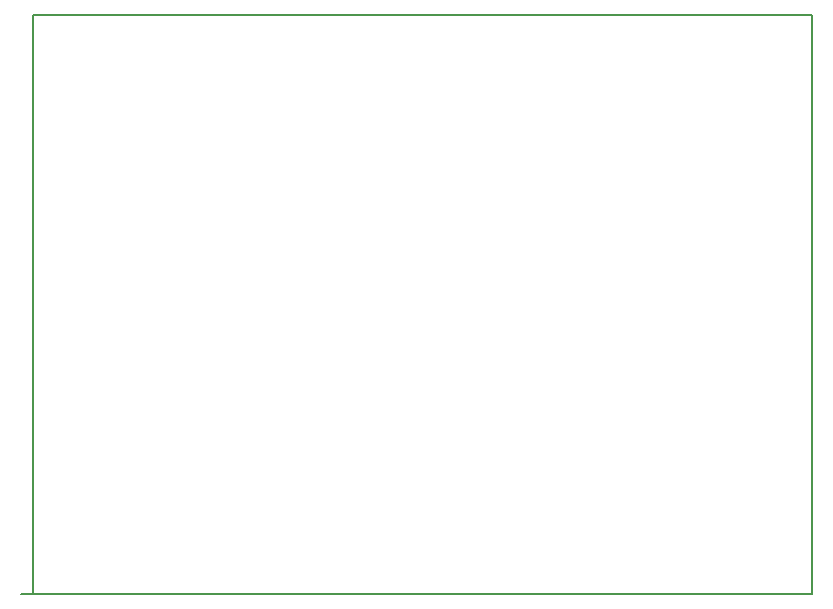
<source format=gm1>
G04 #@! TF.GenerationSoftware,KiCad,Pcbnew,5.0.0*
G04 #@! TF.CreationDate,2018-08-15T09:16:39-04:00*
G04 #@! TF.ProjectId,rs485,72733438352E6B696361645F70636200,rev?*
G04 #@! TF.SameCoordinates,Original*
G04 #@! TF.FileFunction,Profile,NP*
%FSLAX46Y46*%
G04 Gerber Fmt 4.6, Leading zero omitted, Abs format (unit mm)*
G04 Created by KiCad (PCBNEW 5.0.0) date Wed Aug 15 09:16:39 2018*
%MOMM*%
%LPD*%
G01*
G04 APERTURE LIST*
%ADD10C,0.152400*%
G04 APERTURE END LIST*
D10*
X29000000Y-120000000D02*
X29000000Y-71000000D01*
X95000000Y-120000000D02*
X28000000Y-120000000D01*
X95000000Y-71000000D02*
X95000000Y-120000000D01*
X29000000Y-71000000D02*
X95000000Y-71000000D01*
M02*

</source>
